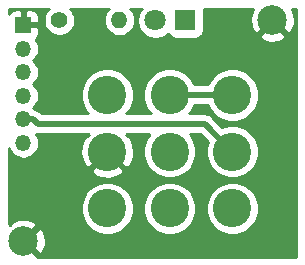
<source format=gbr>
G04 #@! TF.GenerationSoftware,KiCad,Pcbnew,(5.1.2-1)-1*
G04 #@! TF.CreationDate,2019-06-03T08:08:11-07:00*
G04 #@! TF.ProjectId,ButtonBoard,42757474-6f6e-4426-9f61-72642e6b6963,rev?*
G04 #@! TF.SameCoordinates,Original*
G04 #@! TF.FileFunction,Copper,L2,Bot*
G04 #@! TF.FilePolarity,Positive*
%FSLAX46Y46*%
G04 Gerber Fmt 4.6, Leading zero omitted, Abs format (unit mm)*
G04 Created by KiCad (PCBNEW (5.1.2-1)-1) date 2019-06-03 08:08:11*
%MOMM*%
%LPD*%
G04 APERTURE LIST*
%ADD10C,2.499360*%
%ADD11C,3.250000*%
%ADD12R,1.800000X1.800000*%
%ADD13C,1.800000*%
%ADD14O,1.350000X1.350000*%
%ADD15R,1.350000X1.350000*%
%ADD16O,1.400000X1.400000*%
%ADD17C,1.400000*%
%ADD18C,0.508000*%
%ADD19C,0.254000*%
G04 APERTURE END LIST*
D10*
X75311000Y-67564000D03*
X96393000Y-48895000D03*
D11*
X82400000Y-55205000D03*
X82400000Y-60005000D03*
X82400000Y-64805000D03*
X87700000Y-55205000D03*
X87700000Y-60005000D03*
X87700000Y-64805000D03*
X93000000Y-55205000D03*
X93000000Y-60005000D03*
X93000000Y-64805000D03*
D12*
X89027000Y-48895000D03*
D13*
X86487000Y-48895000D03*
D14*
X75311000Y-59276000D03*
X75311000Y-57276000D03*
X75311000Y-55276000D03*
X75311000Y-53276000D03*
X75311000Y-51276000D03*
D15*
X75311000Y-49276000D03*
D16*
X83439000Y-48869600D03*
D17*
X78359000Y-48869600D03*
D18*
X76138594Y-57276000D02*
X76520594Y-57658000D01*
X75184000Y-57276000D02*
X76138594Y-57276000D01*
X90653000Y-57658000D02*
X93000000Y-60005000D01*
X76520594Y-57658000D02*
X90653000Y-57658000D01*
X93000000Y-55205000D02*
X87700000Y-55205000D01*
D19*
G36*
X77322038Y-48018587D02*
G01*
X77175939Y-48237241D01*
X77075304Y-48480195D01*
X77024000Y-48738114D01*
X77024000Y-49001086D01*
X77075304Y-49259005D01*
X77175939Y-49501959D01*
X77322038Y-49720613D01*
X77507987Y-49906562D01*
X77726641Y-50052661D01*
X77969595Y-50153296D01*
X78227514Y-50204600D01*
X78490486Y-50204600D01*
X78748405Y-50153296D01*
X78991359Y-50052661D01*
X79210013Y-49906562D01*
X79395962Y-49720613D01*
X79542061Y-49501959D01*
X79642696Y-49259005D01*
X79694000Y-49001086D01*
X79694000Y-48738114D01*
X79642696Y-48480195D01*
X79542061Y-48237241D01*
X79395962Y-48018587D01*
X79281375Y-47904000D01*
X82511214Y-47904000D01*
X82490445Y-47921045D01*
X82323618Y-48124325D01*
X82199653Y-48356246D01*
X82123317Y-48607894D01*
X82097541Y-48869600D01*
X82123317Y-49131306D01*
X82199653Y-49382954D01*
X82323618Y-49614875D01*
X82490445Y-49818155D01*
X82693725Y-49984982D01*
X82925646Y-50108947D01*
X83177294Y-50185283D01*
X83373421Y-50204600D01*
X83504579Y-50204600D01*
X83700706Y-50185283D01*
X83952354Y-50108947D01*
X84184275Y-49984982D01*
X84387555Y-49818155D01*
X84554382Y-49614875D01*
X84678347Y-49382954D01*
X84754683Y-49131306D01*
X84780459Y-48869600D01*
X84754683Y-48607894D01*
X84678347Y-48356246D01*
X84554382Y-48124325D01*
X84387555Y-47921045D01*
X84366786Y-47904000D01*
X85307183Y-47904000D01*
X85294688Y-47916495D01*
X85126701Y-48167905D01*
X85010989Y-48447257D01*
X84952000Y-48743816D01*
X84952000Y-49046184D01*
X85010989Y-49342743D01*
X85126701Y-49622095D01*
X85294688Y-49873505D01*
X85508495Y-50087312D01*
X85759905Y-50255299D01*
X86039257Y-50371011D01*
X86335816Y-50430000D01*
X86638184Y-50430000D01*
X86934743Y-50371011D01*
X87214095Y-50255299D01*
X87465505Y-50087312D01*
X87531944Y-50020873D01*
X87537498Y-50039180D01*
X87596463Y-50149494D01*
X87675815Y-50246185D01*
X87772506Y-50325537D01*
X87882820Y-50384502D01*
X88002518Y-50420812D01*
X88127000Y-50433072D01*
X89927000Y-50433072D01*
X90051482Y-50420812D01*
X90171180Y-50384502D01*
X90281494Y-50325537D01*
X90378185Y-50246185D01*
X90409213Y-50208377D01*
X95259229Y-50208377D01*
X95385104Y-50498315D01*
X95717262Y-50664139D01*
X96075387Y-50761975D01*
X96445719Y-50788065D01*
X96814025Y-50741405D01*
X97166151Y-50623789D01*
X97400896Y-50498315D01*
X97526771Y-50208377D01*
X96393000Y-49074605D01*
X95259229Y-50208377D01*
X90409213Y-50208377D01*
X90457537Y-50149494D01*
X90516502Y-50039180D01*
X90552812Y-49919482D01*
X90565072Y-49795000D01*
X90565072Y-47995000D01*
X90556110Y-47904000D01*
X94781250Y-47904000D01*
X94623861Y-48219262D01*
X94526025Y-48577387D01*
X94499935Y-48947719D01*
X94546595Y-49316025D01*
X94664211Y-49668151D01*
X94789685Y-49902896D01*
X95079623Y-50028771D01*
X96213395Y-48895000D01*
X96199252Y-48880858D01*
X96378858Y-48701252D01*
X96393000Y-48715395D01*
X96407142Y-48701252D01*
X96586748Y-48880858D01*
X96572605Y-48895000D01*
X97706377Y-50028771D01*
X97996315Y-49902896D01*
X98162139Y-49570738D01*
X98259975Y-49212613D01*
X98286065Y-48842281D01*
X98239405Y-48473975D01*
X98121789Y-48121849D01*
X98005346Y-47904000D01*
X98400000Y-47904000D01*
X98400001Y-68936000D01*
X76419320Y-68936000D01*
X76444771Y-68877377D01*
X75311000Y-67743605D01*
X75296858Y-67757748D01*
X75117252Y-67578142D01*
X75131395Y-67564000D01*
X75490605Y-67564000D01*
X76624377Y-68697771D01*
X76914315Y-68571896D01*
X77080139Y-68239738D01*
X77177975Y-67881613D01*
X77204065Y-67511281D01*
X77157405Y-67142975D01*
X77039789Y-66790849D01*
X76914315Y-66556104D01*
X76624377Y-66430229D01*
X75490605Y-67564000D01*
X75131395Y-67564000D01*
X75117252Y-67549858D01*
X75296858Y-67370252D01*
X75311000Y-67384395D01*
X76444771Y-66250623D01*
X76318896Y-65960685D01*
X75986738Y-65794861D01*
X75628613Y-65697025D01*
X75258281Y-65670935D01*
X74889975Y-65717595D01*
X74537849Y-65835211D01*
X74303104Y-65960685D01*
X74177230Y-66250622D01*
X74066000Y-66139392D01*
X74066000Y-64582409D01*
X80140000Y-64582409D01*
X80140000Y-65027591D01*
X80226851Y-65464218D01*
X80397214Y-65875511D01*
X80644544Y-66245666D01*
X80959334Y-66560456D01*
X81329489Y-66807786D01*
X81740782Y-66978149D01*
X82177409Y-67065000D01*
X82622591Y-67065000D01*
X83059218Y-66978149D01*
X83470511Y-66807786D01*
X83840666Y-66560456D01*
X84155456Y-66245666D01*
X84402786Y-65875511D01*
X84573149Y-65464218D01*
X84660000Y-65027591D01*
X84660000Y-64582409D01*
X85440000Y-64582409D01*
X85440000Y-65027591D01*
X85526851Y-65464218D01*
X85697214Y-65875511D01*
X85944544Y-66245666D01*
X86259334Y-66560456D01*
X86629489Y-66807786D01*
X87040782Y-66978149D01*
X87477409Y-67065000D01*
X87922591Y-67065000D01*
X88359218Y-66978149D01*
X88770511Y-66807786D01*
X89140666Y-66560456D01*
X89455456Y-66245666D01*
X89702786Y-65875511D01*
X89873149Y-65464218D01*
X89960000Y-65027591D01*
X89960000Y-64582409D01*
X90740000Y-64582409D01*
X90740000Y-65027591D01*
X90826851Y-65464218D01*
X90997214Y-65875511D01*
X91244544Y-66245666D01*
X91559334Y-66560456D01*
X91929489Y-66807786D01*
X92340782Y-66978149D01*
X92777409Y-67065000D01*
X93222591Y-67065000D01*
X93659218Y-66978149D01*
X94070511Y-66807786D01*
X94440666Y-66560456D01*
X94755456Y-66245666D01*
X95002786Y-65875511D01*
X95173149Y-65464218D01*
X95260000Y-65027591D01*
X95260000Y-64582409D01*
X95173149Y-64145782D01*
X95002786Y-63734489D01*
X94755456Y-63364334D01*
X94440666Y-63049544D01*
X94070511Y-62802214D01*
X93659218Y-62631851D01*
X93222591Y-62545000D01*
X92777409Y-62545000D01*
X92340782Y-62631851D01*
X91929489Y-62802214D01*
X91559334Y-63049544D01*
X91244544Y-63364334D01*
X90997214Y-63734489D01*
X90826851Y-64145782D01*
X90740000Y-64582409D01*
X89960000Y-64582409D01*
X89873149Y-64145782D01*
X89702786Y-63734489D01*
X89455456Y-63364334D01*
X89140666Y-63049544D01*
X88770511Y-62802214D01*
X88359218Y-62631851D01*
X87922591Y-62545000D01*
X87477409Y-62545000D01*
X87040782Y-62631851D01*
X86629489Y-62802214D01*
X86259334Y-63049544D01*
X85944544Y-63364334D01*
X85697214Y-63734489D01*
X85526851Y-64145782D01*
X85440000Y-64582409D01*
X84660000Y-64582409D01*
X84573149Y-64145782D01*
X84402786Y-63734489D01*
X84155456Y-63364334D01*
X83840666Y-63049544D01*
X83470511Y-62802214D01*
X83059218Y-62631851D01*
X82622591Y-62545000D01*
X82177409Y-62545000D01*
X81740782Y-62631851D01*
X81329489Y-62802214D01*
X80959334Y-63049544D01*
X80644544Y-63364334D01*
X80397214Y-63734489D01*
X80226851Y-64145782D01*
X80140000Y-64582409D01*
X74066000Y-64582409D01*
X74066000Y-61585640D01*
X80998965Y-61585640D01*
X81170012Y-61913999D01*
X81566073Y-62117277D01*
X81994182Y-62239381D01*
X82437885Y-62275619D01*
X82880133Y-62224599D01*
X83303930Y-62088281D01*
X83629988Y-61913999D01*
X83801035Y-61585640D01*
X82400000Y-60184605D01*
X80998965Y-61585640D01*
X74066000Y-61585640D01*
X74066000Y-59684595D01*
X74094862Y-59779741D01*
X74216505Y-60007318D01*
X74380208Y-60206792D01*
X74579682Y-60370495D01*
X74807259Y-60492138D01*
X75054195Y-60567045D01*
X75246649Y-60586000D01*
X75375351Y-60586000D01*
X75567805Y-60567045D01*
X75814741Y-60492138D01*
X76042318Y-60370495D01*
X76241792Y-60206792D01*
X76405495Y-60007318D01*
X76527138Y-59779741D01*
X76602045Y-59532805D01*
X76627338Y-59276000D01*
X76602045Y-59019195D01*
X76527138Y-58772259D01*
X76405495Y-58544682D01*
X76401283Y-58539550D01*
X76520594Y-58551301D01*
X76564262Y-58547000D01*
X80762392Y-58547000D01*
X80819358Y-58603966D01*
X80491001Y-58775012D01*
X80287723Y-59171073D01*
X80165619Y-59599182D01*
X80129381Y-60042885D01*
X80180401Y-60485133D01*
X80316719Y-60908930D01*
X80491001Y-61234988D01*
X80819360Y-61406035D01*
X82220395Y-60005000D01*
X82206253Y-59990858D01*
X82385858Y-59811253D01*
X82400000Y-59825395D01*
X82414143Y-59811253D01*
X82593748Y-59990858D01*
X82579605Y-60005000D01*
X83980640Y-61406035D01*
X84308999Y-61234988D01*
X84512277Y-60838927D01*
X84634381Y-60410818D01*
X84670619Y-59967115D01*
X84619599Y-59524867D01*
X84483281Y-59101070D01*
X84308999Y-58775012D01*
X83980642Y-58603966D01*
X84037608Y-58547000D01*
X85961878Y-58547000D01*
X85944544Y-58564334D01*
X85697214Y-58934489D01*
X85526851Y-59345782D01*
X85440000Y-59782409D01*
X85440000Y-60227591D01*
X85526851Y-60664218D01*
X85697214Y-61075511D01*
X85944544Y-61445666D01*
X86259334Y-61760456D01*
X86629489Y-62007786D01*
X87040782Y-62178149D01*
X87477409Y-62265000D01*
X87922591Y-62265000D01*
X88359218Y-62178149D01*
X88770511Y-62007786D01*
X89140666Y-61760456D01*
X89455456Y-61445666D01*
X89702786Y-61075511D01*
X89873149Y-60664218D01*
X89960000Y-60227591D01*
X89960000Y-59782409D01*
X89873149Y-59345782D01*
X89702786Y-58934489D01*
X89455456Y-58564334D01*
X89438122Y-58547000D01*
X90284765Y-58547000D01*
X90902035Y-59164270D01*
X90826851Y-59345782D01*
X90740000Y-59782409D01*
X90740000Y-60227591D01*
X90826851Y-60664218D01*
X90997214Y-61075511D01*
X91244544Y-61445666D01*
X91559334Y-61760456D01*
X91929489Y-62007786D01*
X92340782Y-62178149D01*
X92777409Y-62265000D01*
X93222591Y-62265000D01*
X93659218Y-62178149D01*
X94070511Y-62007786D01*
X94440666Y-61760456D01*
X94755456Y-61445666D01*
X95002786Y-61075511D01*
X95173149Y-60664218D01*
X95260000Y-60227591D01*
X95260000Y-59782409D01*
X95173149Y-59345782D01*
X95002786Y-58934489D01*
X94755456Y-58564334D01*
X94440666Y-58249544D01*
X94070511Y-58002214D01*
X93659218Y-57831851D01*
X93222591Y-57745000D01*
X92777409Y-57745000D01*
X92340782Y-57831851D01*
X92159270Y-57907035D01*
X91312499Y-57060264D01*
X91284659Y-57026341D01*
X91149291Y-56915247D01*
X90994851Y-56832697D01*
X90827274Y-56781864D01*
X90696667Y-56769000D01*
X90696660Y-56769000D01*
X90653000Y-56764700D01*
X90609340Y-56769000D01*
X89332122Y-56769000D01*
X89455456Y-56645666D01*
X89702786Y-56275511D01*
X89777970Y-56094000D01*
X90922030Y-56094000D01*
X90997214Y-56275511D01*
X91244544Y-56645666D01*
X91559334Y-56960456D01*
X91929489Y-57207786D01*
X92340782Y-57378149D01*
X92777409Y-57465000D01*
X93222591Y-57465000D01*
X93659218Y-57378149D01*
X94070511Y-57207786D01*
X94440666Y-56960456D01*
X94755456Y-56645666D01*
X95002786Y-56275511D01*
X95173149Y-55864218D01*
X95260000Y-55427591D01*
X95260000Y-54982409D01*
X95173149Y-54545782D01*
X95002786Y-54134489D01*
X94755456Y-53764334D01*
X94440666Y-53449544D01*
X94070511Y-53202214D01*
X93659218Y-53031851D01*
X93222591Y-52945000D01*
X92777409Y-52945000D01*
X92340782Y-53031851D01*
X91929489Y-53202214D01*
X91559334Y-53449544D01*
X91244544Y-53764334D01*
X90997214Y-54134489D01*
X90922030Y-54316000D01*
X89777970Y-54316000D01*
X89702786Y-54134489D01*
X89455456Y-53764334D01*
X89140666Y-53449544D01*
X88770511Y-53202214D01*
X88359218Y-53031851D01*
X87922591Y-52945000D01*
X87477409Y-52945000D01*
X87040782Y-53031851D01*
X86629489Y-53202214D01*
X86259334Y-53449544D01*
X85944544Y-53764334D01*
X85697214Y-54134489D01*
X85526851Y-54545782D01*
X85440000Y-54982409D01*
X85440000Y-55427591D01*
X85526851Y-55864218D01*
X85697214Y-56275511D01*
X85944544Y-56645666D01*
X86067878Y-56769000D01*
X84032122Y-56769000D01*
X84155456Y-56645666D01*
X84402786Y-56275511D01*
X84573149Y-55864218D01*
X84660000Y-55427591D01*
X84660000Y-54982409D01*
X84573149Y-54545782D01*
X84402786Y-54134489D01*
X84155456Y-53764334D01*
X83840666Y-53449544D01*
X83470511Y-53202214D01*
X83059218Y-53031851D01*
X82622591Y-52945000D01*
X82177409Y-52945000D01*
X81740782Y-53031851D01*
X81329489Y-53202214D01*
X80959334Y-53449544D01*
X80644544Y-53764334D01*
X80397214Y-54134489D01*
X80226851Y-54545782D01*
X80140000Y-54982409D01*
X80140000Y-55427591D01*
X80226851Y-55864218D01*
X80397214Y-56275511D01*
X80644544Y-56645666D01*
X80767878Y-56769000D01*
X76888829Y-56769000D01*
X76798093Y-56678264D01*
X76770253Y-56644341D01*
X76634885Y-56533247D01*
X76480445Y-56450697D01*
X76312868Y-56399864D01*
X76284341Y-56397054D01*
X76241792Y-56345208D01*
X76157461Y-56276000D01*
X76241792Y-56206792D01*
X76405495Y-56007318D01*
X76527138Y-55779741D01*
X76602045Y-55532805D01*
X76627338Y-55276000D01*
X76602045Y-55019195D01*
X76527138Y-54772259D01*
X76405495Y-54544682D01*
X76241792Y-54345208D01*
X76157461Y-54276000D01*
X76241792Y-54206792D01*
X76405495Y-54007318D01*
X76527138Y-53779741D01*
X76602045Y-53532805D01*
X76627338Y-53276000D01*
X76602045Y-53019195D01*
X76527138Y-52772259D01*
X76405495Y-52544682D01*
X76241792Y-52345208D01*
X76157461Y-52276000D01*
X76241792Y-52206792D01*
X76405495Y-52007318D01*
X76527138Y-51779741D01*
X76602045Y-51532805D01*
X76627338Y-51276000D01*
X76602045Y-51019195D01*
X76527138Y-50772259D01*
X76405495Y-50544682D01*
X76348369Y-50475074D01*
X76437185Y-50402185D01*
X76516537Y-50305494D01*
X76575502Y-50195180D01*
X76611812Y-50075482D01*
X76624072Y-49951000D01*
X76621000Y-49561750D01*
X76462250Y-49403000D01*
X75438000Y-49403000D01*
X75438000Y-49423000D01*
X75184000Y-49423000D01*
X75184000Y-49403000D01*
X75164000Y-49403000D01*
X75164000Y-49149000D01*
X75184000Y-49149000D01*
X75184000Y-48124750D01*
X75438000Y-48124750D01*
X75438000Y-49149000D01*
X76462250Y-49149000D01*
X76621000Y-48990250D01*
X76624072Y-48601000D01*
X76611812Y-48476518D01*
X76575502Y-48356820D01*
X76516537Y-48246506D01*
X76437185Y-48149815D01*
X76340494Y-48070463D01*
X76230180Y-48011498D01*
X76110482Y-47975188D01*
X75986000Y-47962928D01*
X75596750Y-47966000D01*
X75438000Y-48124750D01*
X75184000Y-48124750D01*
X75025250Y-47966000D01*
X74636000Y-47962928D01*
X74511518Y-47975188D01*
X74391820Y-48011498D01*
X74281506Y-48070463D01*
X74184815Y-48149815D01*
X74105463Y-48246506D01*
X74066000Y-48320335D01*
X74066000Y-47904000D01*
X77436625Y-47904000D01*
X77322038Y-48018587D01*
X77322038Y-48018587D01*
G37*
X77322038Y-48018587D02*
X77175939Y-48237241D01*
X77075304Y-48480195D01*
X77024000Y-48738114D01*
X77024000Y-49001086D01*
X77075304Y-49259005D01*
X77175939Y-49501959D01*
X77322038Y-49720613D01*
X77507987Y-49906562D01*
X77726641Y-50052661D01*
X77969595Y-50153296D01*
X78227514Y-50204600D01*
X78490486Y-50204600D01*
X78748405Y-50153296D01*
X78991359Y-50052661D01*
X79210013Y-49906562D01*
X79395962Y-49720613D01*
X79542061Y-49501959D01*
X79642696Y-49259005D01*
X79694000Y-49001086D01*
X79694000Y-48738114D01*
X79642696Y-48480195D01*
X79542061Y-48237241D01*
X79395962Y-48018587D01*
X79281375Y-47904000D01*
X82511214Y-47904000D01*
X82490445Y-47921045D01*
X82323618Y-48124325D01*
X82199653Y-48356246D01*
X82123317Y-48607894D01*
X82097541Y-48869600D01*
X82123317Y-49131306D01*
X82199653Y-49382954D01*
X82323618Y-49614875D01*
X82490445Y-49818155D01*
X82693725Y-49984982D01*
X82925646Y-50108947D01*
X83177294Y-50185283D01*
X83373421Y-50204600D01*
X83504579Y-50204600D01*
X83700706Y-50185283D01*
X83952354Y-50108947D01*
X84184275Y-49984982D01*
X84387555Y-49818155D01*
X84554382Y-49614875D01*
X84678347Y-49382954D01*
X84754683Y-49131306D01*
X84780459Y-48869600D01*
X84754683Y-48607894D01*
X84678347Y-48356246D01*
X84554382Y-48124325D01*
X84387555Y-47921045D01*
X84366786Y-47904000D01*
X85307183Y-47904000D01*
X85294688Y-47916495D01*
X85126701Y-48167905D01*
X85010989Y-48447257D01*
X84952000Y-48743816D01*
X84952000Y-49046184D01*
X85010989Y-49342743D01*
X85126701Y-49622095D01*
X85294688Y-49873505D01*
X85508495Y-50087312D01*
X85759905Y-50255299D01*
X86039257Y-50371011D01*
X86335816Y-50430000D01*
X86638184Y-50430000D01*
X86934743Y-50371011D01*
X87214095Y-50255299D01*
X87465505Y-50087312D01*
X87531944Y-50020873D01*
X87537498Y-50039180D01*
X87596463Y-50149494D01*
X87675815Y-50246185D01*
X87772506Y-50325537D01*
X87882820Y-50384502D01*
X88002518Y-50420812D01*
X88127000Y-50433072D01*
X89927000Y-50433072D01*
X90051482Y-50420812D01*
X90171180Y-50384502D01*
X90281494Y-50325537D01*
X90378185Y-50246185D01*
X90409213Y-50208377D01*
X95259229Y-50208377D01*
X95385104Y-50498315D01*
X95717262Y-50664139D01*
X96075387Y-50761975D01*
X96445719Y-50788065D01*
X96814025Y-50741405D01*
X97166151Y-50623789D01*
X97400896Y-50498315D01*
X97526771Y-50208377D01*
X96393000Y-49074605D01*
X95259229Y-50208377D01*
X90409213Y-50208377D01*
X90457537Y-50149494D01*
X90516502Y-50039180D01*
X90552812Y-49919482D01*
X90565072Y-49795000D01*
X90565072Y-47995000D01*
X90556110Y-47904000D01*
X94781250Y-47904000D01*
X94623861Y-48219262D01*
X94526025Y-48577387D01*
X94499935Y-48947719D01*
X94546595Y-49316025D01*
X94664211Y-49668151D01*
X94789685Y-49902896D01*
X95079623Y-50028771D01*
X96213395Y-48895000D01*
X96199252Y-48880858D01*
X96378858Y-48701252D01*
X96393000Y-48715395D01*
X96407142Y-48701252D01*
X96586748Y-48880858D01*
X96572605Y-48895000D01*
X97706377Y-50028771D01*
X97996315Y-49902896D01*
X98162139Y-49570738D01*
X98259975Y-49212613D01*
X98286065Y-48842281D01*
X98239405Y-48473975D01*
X98121789Y-48121849D01*
X98005346Y-47904000D01*
X98400000Y-47904000D01*
X98400001Y-68936000D01*
X76419320Y-68936000D01*
X76444771Y-68877377D01*
X75311000Y-67743605D01*
X75296858Y-67757748D01*
X75117252Y-67578142D01*
X75131395Y-67564000D01*
X75490605Y-67564000D01*
X76624377Y-68697771D01*
X76914315Y-68571896D01*
X77080139Y-68239738D01*
X77177975Y-67881613D01*
X77204065Y-67511281D01*
X77157405Y-67142975D01*
X77039789Y-66790849D01*
X76914315Y-66556104D01*
X76624377Y-66430229D01*
X75490605Y-67564000D01*
X75131395Y-67564000D01*
X75117252Y-67549858D01*
X75296858Y-67370252D01*
X75311000Y-67384395D01*
X76444771Y-66250623D01*
X76318896Y-65960685D01*
X75986738Y-65794861D01*
X75628613Y-65697025D01*
X75258281Y-65670935D01*
X74889975Y-65717595D01*
X74537849Y-65835211D01*
X74303104Y-65960685D01*
X74177230Y-66250622D01*
X74066000Y-66139392D01*
X74066000Y-64582409D01*
X80140000Y-64582409D01*
X80140000Y-65027591D01*
X80226851Y-65464218D01*
X80397214Y-65875511D01*
X80644544Y-66245666D01*
X80959334Y-66560456D01*
X81329489Y-66807786D01*
X81740782Y-66978149D01*
X82177409Y-67065000D01*
X82622591Y-67065000D01*
X83059218Y-66978149D01*
X83470511Y-66807786D01*
X83840666Y-66560456D01*
X84155456Y-66245666D01*
X84402786Y-65875511D01*
X84573149Y-65464218D01*
X84660000Y-65027591D01*
X84660000Y-64582409D01*
X85440000Y-64582409D01*
X85440000Y-65027591D01*
X85526851Y-65464218D01*
X85697214Y-65875511D01*
X85944544Y-66245666D01*
X86259334Y-66560456D01*
X86629489Y-66807786D01*
X87040782Y-66978149D01*
X87477409Y-67065000D01*
X87922591Y-67065000D01*
X88359218Y-66978149D01*
X88770511Y-66807786D01*
X89140666Y-66560456D01*
X89455456Y-66245666D01*
X89702786Y-65875511D01*
X89873149Y-65464218D01*
X89960000Y-65027591D01*
X89960000Y-64582409D01*
X90740000Y-64582409D01*
X90740000Y-65027591D01*
X90826851Y-65464218D01*
X90997214Y-65875511D01*
X91244544Y-66245666D01*
X91559334Y-66560456D01*
X91929489Y-66807786D01*
X92340782Y-66978149D01*
X92777409Y-67065000D01*
X93222591Y-67065000D01*
X93659218Y-66978149D01*
X94070511Y-66807786D01*
X94440666Y-66560456D01*
X94755456Y-66245666D01*
X95002786Y-65875511D01*
X95173149Y-65464218D01*
X95260000Y-65027591D01*
X95260000Y-64582409D01*
X95173149Y-64145782D01*
X95002786Y-63734489D01*
X94755456Y-63364334D01*
X94440666Y-63049544D01*
X94070511Y-62802214D01*
X93659218Y-62631851D01*
X93222591Y-62545000D01*
X92777409Y-62545000D01*
X92340782Y-62631851D01*
X91929489Y-62802214D01*
X91559334Y-63049544D01*
X91244544Y-63364334D01*
X90997214Y-63734489D01*
X90826851Y-64145782D01*
X90740000Y-64582409D01*
X89960000Y-64582409D01*
X89873149Y-64145782D01*
X89702786Y-63734489D01*
X89455456Y-63364334D01*
X89140666Y-63049544D01*
X88770511Y-62802214D01*
X88359218Y-62631851D01*
X87922591Y-62545000D01*
X87477409Y-62545000D01*
X87040782Y-62631851D01*
X86629489Y-62802214D01*
X86259334Y-63049544D01*
X85944544Y-63364334D01*
X85697214Y-63734489D01*
X85526851Y-64145782D01*
X85440000Y-64582409D01*
X84660000Y-64582409D01*
X84573149Y-64145782D01*
X84402786Y-63734489D01*
X84155456Y-63364334D01*
X83840666Y-63049544D01*
X83470511Y-62802214D01*
X83059218Y-62631851D01*
X82622591Y-62545000D01*
X82177409Y-62545000D01*
X81740782Y-62631851D01*
X81329489Y-62802214D01*
X80959334Y-63049544D01*
X80644544Y-63364334D01*
X80397214Y-63734489D01*
X80226851Y-64145782D01*
X80140000Y-64582409D01*
X74066000Y-64582409D01*
X74066000Y-61585640D01*
X80998965Y-61585640D01*
X81170012Y-61913999D01*
X81566073Y-62117277D01*
X81994182Y-62239381D01*
X82437885Y-62275619D01*
X82880133Y-62224599D01*
X83303930Y-62088281D01*
X83629988Y-61913999D01*
X83801035Y-61585640D01*
X82400000Y-60184605D01*
X80998965Y-61585640D01*
X74066000Y-61585640D01*
X74066000Y-59684595D01*
X74094862Y-59779741D01*
X74216505Y-60007318D01*
X74380208Y-60206792D01*
X74579682Y-60370495D01*
X74807259Y-60492138D01*
X75054195Y-60567045D01*
X75246649Y-60586000D01*
X75375351Y-60586000D01*
X75567805Y-60567045D01*
X75814741Y-60492138D01*
X76042318Y-60370495D01*
X76241792Y-60206792D01*
X76405495Y-60007318D01*
X76527138Y-59779741D01*
X76602045Y-59532805D01*
X76627338Y-59276000D01*
X76602045Y-59019195D01*
X76527138Y-58772259D01*
X76405495Y-58544682D01*
X76401283Y-58539550D01*
X76520594Y-58551301D01*
X76564262Y-58547000D01*
X80762392Y-58547000D01*
X80819358Y-58603966D01*
X80491001Y-58775012D01*
X80287723Y-59171073D01*
X80165619Y-59599182D01*
X80129381Y-60042885D01*
X80180401Y-60485133D01*
X80316719Y-60908930D01*
X80491001Y-61234988D01*
X80819360Y-61406035D01*
X82220395Y-60005000D01*
X82206253Y-59990858D01*
X82385858Y-59811253D01*
X82400000Y-59825395D01*
X82414143Y-59811253D01*
X82593748Y-59990858D01*
X82579605Y-60005000D01*
X83980640Y-61406035D01*
X84308999Y-61234988D01*
X84512277Y-60838927D01*
X84634381Y-60410818D01*
X84670619Y-59967115D01*
X84619599Y-59524867D01*
X84483281Y-59101070D01*
X84308999Y-58775012D01*
X83980642Y-58603966D01*
X84037608Y-58547000D01*
X85961878Y-58547000D01*
X85944544Y-58564334D01*
X85697214Y-58934489D01*
X85526851Y-59345782D01*
X85440000Y-59782409D01*
X85440000Y-60227591D01*
X85526851Y-60664218D01*
X85697214Y-61075511D01*
X85944544Y-61445666D01*
X86259334Y-61760456D01*
X86629489Y-62007786D01*
X87040782Y-62178149D01*
X87477409Y-62265000D01*
X87922591Y-62265000D01*
X88359218Y-62178149D01*
X88770511Y-62007786D01*
X89140666Y-61760456D01*
X89455456Y-61445666D01*
X89702786Y-61075511D01*
X89873149Y-60664218D01*
X89960000Y-60227591D01*
X89960000Y-59782409D01*
X89873149Y-59345782D01*
X89702786Y-58934489D01*
X89455456Y-58564334D01*
X89438122Y-58547000D01*
X90284765Y-58547000D01*
X90902035Y-59164270D01*
X90826851Y-59345782D01*
X90740000Y-59782409D01*
X90740000Y-60227591D01*
X90826851Y-60664218D01*
X90997214Y-61075511D01*
X91244544Y-61445666D01*
X91559334Y-61760456D01*
X91929489Y-62007786D01*
X92340782Y-62178149D01*
X92777409Y-62265000D01*
X93222591Y-62265000D01*
X93659218Y-62178149D01*
X94070511Y-62007786D01*
X94440666Y-61760456D01*
X94755456Y-61445666D01*
X95002786Y-61075511D01*
X95173149Y-60664218D01*
X95260000Y-60227591D01*
X95260000Y-59782409D01*
X95173149Y-59345782D01*
X95002786Y-58934489D01*
X94755456Y-58564334D01*
X94440666Y-58249544D01*
X94070511Y-58002214D01*
X93659218Y-57831851D01*
X93222591Y-57745000D01*
X92777409Y-57745000D01*
X92340782Y-57831851D01*
X92159270Y-57907035D01*
X91312499Y-57060264D01*
X91284659Y-57026341D01*
X91149291Y-56915247D01*
X90994851Y-56832697D01*
X90827274Y-56781864D01*
X90696667Y-56769000D01*
X90696660Y-56769000D01*
X90653000Y-56764700D01*
X90609340Y-56769000D01*
X89332122Y-56769000D01*
X89455456Y-56645666D01*
X89702786Y-56275511D01*
X89777970Y-56094000D01*
X90922030Y-56094000D01*
X90997214Y-56275511D01*
X91244544Y-56645666D01*
X91559334Y-56960456D01*
X91929489Y-57207786D01*
X92340782Y-57378149D01*
X92777409Y-57465000D01*
X93222591Y-57465000D01*
X93659218Y-57378149D01*
X94070511Y-57207786D01*
X94440666Y-56960456D01*
X94755456Y-56645666D01*
X95002786Y-56275511D01*
X95173149Y-55864218D01*
X95260000Y-55427591D01*
X95260000Y-54982409D01*
X95173149Y-54545782D01*
X95002786Y-54134489D01*
X94755456Y-53764334D01*
X94440666Y-53449544D01*
X94070511Y-53202214D01*
X93659218Y-53031851D01*
X93222591Y-52945000D01*
X92777409Y-52945000D01*
X92340782Y-53031851D01*
X91929489Y-53202214D01*
X91559334Y-53449544D01*
X91244544Y-53764334D01*
X90997214Y-54134489D01*
X90922030Y-54316000D01*
X89777970Y-54316000D01*
X89702786Y-54134489D01*
X89455456Y-53764334D01*
X89140666Y-53449544D01*
X88770511Y-53202214D01*
X88359218Y-53031851D01*
X87922591Y-52945000D01*
X87477409Y-52945000D01*
X87040782Y-53031851D01*
X86629489Y-53202214D01*
X86259334Y-53449544D01*
X85944544Y-53764334D01*
X85697214Y-54134489D01*
X85526851Y-54545782D01*
X85440000Y-54982409D01*
X85440000Y-55427591D01*
X85526851Y-55864218D01*
X85697214Y-56275511D01*
X85944544Y-56645666D01*
X86067878Y-56769000D01*
X84032122Y-56769000D01*
X84155456Y-56645666D01*
X84402786Y-56275511D01*
X84573149Y-55864218D01*
X84660000Y-55427591D01*
X84660000Y-54982409D01*
X84573149Y-54545782D01*
X84402786Y-54134489D01*
X84155456Y-53764334D01*
X83840666Y-53449544D01*
X83470511Y-53202214D01*
X83059218Y-53031851D01*
X82622591Y-52945000D01*
X82177409Y-52945000D01*
X81740782Y-53031851D01*
X81329489Y-53202214D01*
X80959334Y-53449544D01*
X80644544Y-53764334D01*
X80397214Y-54134489D01*
X80226851Y-54545782D01*
X80140000Y-54982409D01*
X80140000Y-55427591D01*
X80226851Y-55864218D01*
X80397214Y-56275511D01*
X80644544Y-56645666D01*
X80767878Y-56769000D01*
X76888829Y-56769000D01*
X76798093Y-56678264D01*
X76770253Y-56644341D01*
X76634885Y-56533247D01*
X76480445Y-56450697D01*
X76312868Y-56399864D01*
X76284341Y-56397054D01*
X76241792Y-56345208D01*
X76157461Y-56276000D01*
X76241792Y-56206792D01*
X76405495Y-56007318D01*
X76527138Y-55779741D01*
X76602045Y-55532805D01*
X76627338Y-55276000D01*
X76602045Y-55019195D01*
X76527138Y-54772259D01*
X76405495Y-54544682D01*
X76241792Y-54345208D01*
X76157461Y-54276000D01*
X76241792Y-54206792D01*
X76405495Y-54007318D01*
X76527138Y-53779741D01*
X76602045Y-53532805D01*
X76627338Y-53276000D01*
X76602045Y-53019195D01*
X76527138Y-52772259D01*
X76405495Y-52544682D01*
X76241792Y-52345208D01*
X76157461Y-52276000D01*
X76241792Y-52206792D01*
X76405495Y-52007318D01*
X76527138Y-51779741D01*
X76602045Y-51532805D01*
X76627338Y-51276000D01*
X76602045Y-51019195D01*
X76527138Y-50772259D01*
X76405495Y-50544682D01*
X76348369Y-50475074D01*
X76437185Y-50402185D01*
X76516537Y-50305494D01*
X76575502Y-50195180D01*
X76611812Y-50075482D01*
X76624072Y-49951000D01*
X76621000Y-49561750D01*
X76462250Y-49403000D01*
X75438000Y-49403000D01*
X75438000Y-49423000D01*
X75184000Y-49423000D01*
X75184000Y-49403000D01*
X75164000Y-49403000D01*
X75164000Y-49149000D01*
X75184000Y-49149000D01*
X75184000Y-48124750D01*
X75438000Y-48124750D01*
X75438000Y-49149000D01*
X76462250Y-49149000D01*
X76621000Y-48990250D01*
X76624072Y-48601000D01*
X76611812Y-48476518D01*
X76575502Y-48356820D01*
X76516537Y-48246506D01*
X76437185Y-48149815D01*
X76340494Y-48070463D01*
X76230180Y-48011498D01*
X76110482Y-47975188D01*
X75986000Y-47962928D01*
X75596750Y-47966000D01*
X75438000Y-48124750D01*
X75184000Y-48124750D01*
X75025250Y-47966000D01*
X74636000Y-47962928D01*
X74511518Y-47975188D01*
X74391820Y-48011498D01*
X74281506Y-48070463D01*
X74184815Y-48149815D01*
X74105463Y-48246506D01*
X74066000Y-48320335D01*
X74066000Y-47904000D01*
X77436625Y-47904000D01*
X77322038Y-48018587D01*
M02*

</source>
